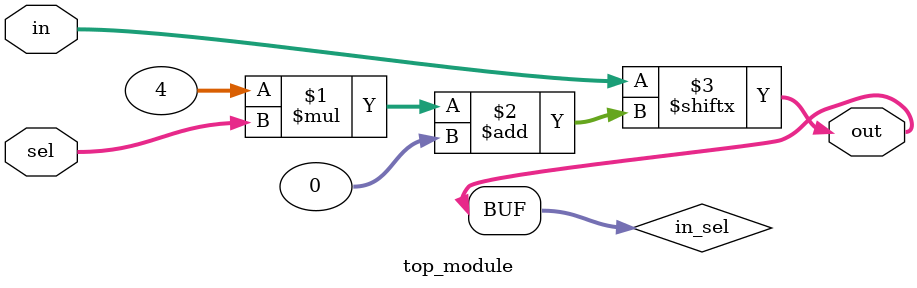
<source format=sv>
module top_module (
	input [1023:0] in,
	input [7:0] sel,
	output [3:0] out
);

wire [3:0] in_sel;
assign in_sel = in[4*sel +: 4]; // Multiplexing the input bits based on the select line

assign out = in_sel;

endmodule

</source>
